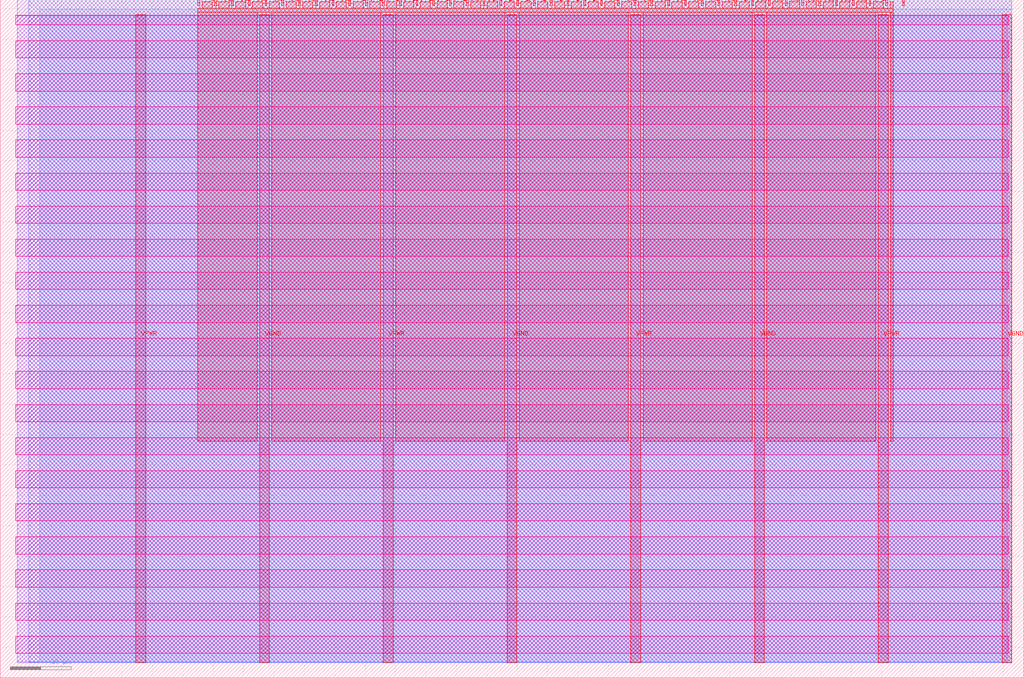
<source format=lef>
VERSION 5.7 ;
  NOWIREEXTENSIONATPIN ON ;
  DIVIDERCHAR "/" ;
  BUSBITCHARS "[]" ;
MACRO tt_um_hodgkin_huxley_dup
  CLASS BLOCK ;
  FOREIGN tt_um_hodgkin_huxley_dup ;
  ORIGIN 0.000 0.000 ;
  SIZE 168.360 BY 111.520 ;
  PIN VGND
    DIRECTION INOUT ;
    USE GROUND ;
    PORT
      LAYER met4 ;
        RECT 42.670 2.480 44.270 109.040 ;
    END
    PORT
      LAYER met4 ;
        RECT 83.380 2.480 84.980 109.040 ;
    END
    PORT
      LAYER met4 ;
        RECT 124.090 2.480 125.690 109.040 ;
    END
    PORT
      LAYER met4 ;
        RECT 164.800 2.480 166.400 109.040 ;
    END
  END VGND
  PIN VPWR
    DIRECTION INOUT ;
    USE POWER ;
    PORT
      LAYER met4 ;
        RECT 22.315 2.480 23.915 109.040 ;
    END
    PORT
      LAYER met4 ;
        RECT 63.025 2.480 64.625 109.040 ;
    END
    PORT
      LAYER met4 ;
        RECT 103.735 2.480 105.335 109.040 ;
    END
    PORT
      LAYER met4 ;
        RECT 144.445 2.480 146.045 109.040 ;
    END
  END VPWR
  PIN clk
    DIRECTION INPUT ;
    USE SIGNAL ;
    ANTENNAGATEAREA 0.852000 ;
    PORT
      LAYER met4 ;
        RECT 145.670 110.520 145.970 111.520 ;
    END
  END clk
  PIN ena
    DIRECTION INPUT ;
    USE SIGNAL ;
    PORT
      LAYER met4 ;
        RECT 148.430 110.520 148.730 111.520 ;
    END
  END ena
  PIN rst_n
    DIRECTION INPUT ;
    USE SIGNAL ;
    ANTENNAGATEAREA 0.159000 ;
    PORT
      LAYER met4 ;
        RECT 142.910 110.520 143.210 111.520 ;
    END
  END rst_n
  PIN ui_in[0]
    DIRECTION INPUT ;
    USE SIGNAL ;
    ANTENNAGATEAREA 0.196500 ;
    PORT
      LAYER met4 ;
        RECT 140.150 110.520 140.450 111.520 ;
    END
  END ui_in[0]
  PIN ui_in[1]
    DIRECTION INPUT ;
    USE SIGNAL ;
    ANTENNAGATEAREA 0.196500 ;
    PORT
      LAYER met4 ;
        RECT 137.390 110.520 137.690 111.520 ;
    END
  END ui_in[1]
  PIN ui_in[2]
    DIRECTION INPUT ;
    USE SIGNAL ;
    ANTENNAGATEAREA 0.196500 ;
    PORT
      LAYER met4 ;
        RECT 134.630 110.520 134.930 111.520 ;
    END
  END ui_in[2]
  PIN ui_in[3]
    DIRECTION INPUT ;
    USE SIGNAL ;
    ANTENNAGATEAREA 0.196500 ;
    PORT
      LAYER met4 ;
        RECT 131.870 110.520 132.170 111.520 ;
    END
  END ui_in[3]
  PIN ui_in[4]
    DIRECTION INPUT ;
    USE SIGNAL ;
    ANTENNAGATEAREA 0.196500 ;
    PORT
      LAYER met4 ;
        RECT 129.110 110.520 129.410 111.520 ;
    END
  END ui_in[4]
  PIN ui_in[5]
    DIRECTION INPUT ;
    USE SIGNAL ;
    ANTENNAGATEAREA 0.196500 ;
    PORT
      LAYER met4 ;
        RECT 126.350 110.520 126.650 111.520 ;
    END
  END ui_in[5]
  PIN ui_in[6]
    DIRECTION INPUT ;
    USE SIGNAL ;
    ANTENNAGATEAREA 0.196500 ;
    PORT
      LAYER met4 ;
        RECT 123.590 110.520 123.890 111.520 ;
    END
  END ui_in[6]
  PIN ui_in[7]
    DIRECTION INPUT ;
    USE SIGNAL ;
    ANTENNAGATEAREA 0.196500 ;
    PORT
      LAYER met4 ;
        RECT 120.830 110.520 121.130 111.520 ;
    END
  END ui_in[7]
  PIN uio_in[0]
    DIRECTION INPUT ;
    USE SIGNAL ;
    PORT
      LAYER met4 ;
        RECT 118.070 110.520 118.370 111.520 ;
    END
  END uio_in[0]
  PIN uio_in[1]
    DIRECTION INPUT ;
    USE SIGNAL ;
    PORT
      LAYER met4 ;
        RECT 115.310 110.520 115.610 111.520 ;
    END
  END uio_in[1]
  PIN uio_in[2]
    DIRECTION INPUT ;
    USE SIGNAL ;
    PORT
      LAYER met4 ;
        RECT 112.550 110.520 112.850 111.520 ;
    END
  END uio_in[2]
  PIN uio_in[3]
    DIRECTION INPUT ;
    USE SIGNAL ;
    PORT
      LAYER met4 ;
        RECT 109.790 110.520 110.090 111.520 ;
    END
  END uio_in[3]
  PIN uio_in[4]
    DIRECTION INPUT ;
    USE SIGNAL ;
    PORT
      LAYER met4 ;
        RECT 107.030 110.520 107.330 111.520 ;
    END
  END uio_in[4]
  PIN uio_in[5]
    DIRECTION INPUT ;
    USE SIGNAL ;
    PORT
      LAYER met4 ;
        RECT 104.270 110.520 104.570 111.520 ;
    END
  END uio_in[5]
  PIN uio_in[6]
    DIRECTION INPUT ;
    USE SIGNAL ;
    PORT
      LAYER met4 ;
        RECT 101.510 110.520 101.810 111.520 ;
    END
  END uio_in[6]
  PIN uio_in[7]
    DIRECTION INPUT ;
    USE SIGNAL ;
    PORT
      LAYER met4 ;
        RECT 98.750 110.520 99.050 111.520 ;
    END
  END uio_in[7]
  PIN uio_oe[0]
    DIRECTION OUTPUT TRISTATE ;
    USE SIGNAL ;
    PORT
      LAYER met4 ;
        RECT 51.830 110.520 52.130 111.520 ;
    END
  END uio_oe[0]
  PIN uio_oe[1]
    DIRECTION OUTPUT TRISTATE ;
    USE SIGNAL ;
    PORT
      LAYER met4 ;
        RECT 49.070 110.520 49.370 111.520 ;
    END
  END uio_oe[1]
  PIN uio_oe[2]
    DIRECTION OUTPUT TRISTATE ;
    USE SIGNAL ;
    PORT
      LAYER met4 ;
        RECT 46.310 110.520 46.610 111.520 ;
    END
  END uio_oe[2]
  PIN uio_oe[3]
    DIRECTION OUTPUT TRISTATE ;
    USE SIGNAL ;
    PORT
      LAYER met4 ;
        RECT 43.550 110.520 43.850 111.520 ;
    END
  END uio_oe[3]
  PIN uio_oe[4]
    DIRECTION OUTPUT TRISTATE ;
    USE SIGNAL ;
    PORT
      LAYER met4 ;
        RECT 40.790 110.520 41.090 111.520 ;
    END
  END uio_oe[4]
  PIN uio_oe[5]
    DIRECTION OUTPUT TRISTATE ;
    USE SIGNAL ;
    PORT
      LAYER met4 ;
        RECT 38.030 110.520 38.330 111.520 ;
    END
  END uio_oe[5]
  PIN uio_oe[6]
    DIRECTION OUTPUT TRISTATE ;
    USE SIGNAL ;
    PORT
      LAYER met4 ;
        RECT 35.270 110.520 35.570 111.520 ;
    END
  END uio_oe[6]
  PIN uio_oe[7]
    DIRECTION OUTPUT TRISTATE ;
    USE SIGNAL ;
    PORT
      LAYER met4 ;
        RECT 32.510 110.520 32.810 111.520 ;
    END
  END uio_oe[7]
  PIN uio_out[0]
    DIRECTION OUTPUT TRISTATE ;
    USE SIGNAL ;
    ANTENNADIFFAREA 0.445500 ;
    PORT
      LAYER met4 ;
        RECT 73.910 110.520 74.210 111.520 ;
    END
  END uio_out[0]
  PIN uio_out[1]
    DIRECTION OUTPUT TRISTATE ;
    USE SIGNAL ;
    PORT
      LAYER met4 ;
        RECT 71.150 110.520 71.450 111.520 ;
    END
  END uio_out[1]
  PIN uio_out[2]
    DIRECTION OUTPUT TRISTATE ;
    USE SIGNAL ;
    PORT
      LAYER met4 ;
        RECT 68.390 110.520 68.690 111.520 ;
    END
  END uio_out[2]
  PIN uio_out[3]
    DIRECTION OUTPUT TRISTATE ;
    USE SIGNAL ;
    PORT
      LAYER met4 ;
        RECT 65.630 110.520 65.930 111.520 ;
    END
  END uio_out[3]
  PIN uio_out[4]
    DIRECTION OUTPUT TRISTATE ;
    USE SIGNAL ;
    PORT
      LAYER met4 ;
        RECT 62.870 110.520 63.170 111.520 ;
    END
  END uio_out[4]
  PIN uio_out[5]
    DIRECTION OUTPUT TRISTATE ;
    USE SIGNAL ;
    PORT
      LAYER met4 ;
        RECT 60.110 110.520 60.410 111.520 ;
    END
  END uio_out[5]
  PIN uio_out[6]
    DIRECTION OUTPUT TRISTATE ;
    USE SIGNAL ;
    PORT
      LAYER met4 ;
        RECT 57.350 110.520 57.650 111.520 ;
    END
  END uio_out[6]
  PIN uio_out[7]
    DIRECTION OUTPUT TRISTATE ;
    USE SIGNAL ;
    PORT
      LAYER met4 ;
        RECT 54.590 110.520 54.890 111.520 ;
    END
  END uio_out[7]
  PIN uo_out[0]
    DIRECTION OUTPUT TRISTATE ;
    USE SIGNAL ;
    ANTENNAGATEAREA 2.571000 ;
    ANTENNADIFFAREA 0.891000 ;
    PORT
      LAYER met4 ;
        RECT 95.990 110.520 96.290 111.520 ;
    END
  END uo_out[0]
  PIN uo_out[1]
    DIRECTION OUTPUT TRISTATE ;
    USE SIGNAL ;
    ANTENNAGATEAREA 1.707000 ;
    ANTENNADIFFAREA 0.891000 ;
    PORT
      LAYER met4 ;
        RECT 93.230 110.520 93.530 111.520 ;
    END
  END uo_out[1]
  PIN uo_out[2]
    DIRECTION OUTPUT TRISTATE ;
    USE SIGNAL ;
    ANTENNAGATEAREA 0.406500 ;
    ANTENNADIFFAREA 0.891000 ;
    PORT
      LAYER met4 ;
        RECT 90.470 110.520 90.770 111.520 ;
    END
  END uo_out[2]
  PIN uo_out[3]
    DIRECTION OUTPUT TRISTATE ;
    USE SIGNAL ;
    ANTENNAGATEAREA 1.396500 ;
    ANTENNADIFFAREA 0.891000 ;
    PORT
      LAYER met4 ;
        RECT 87.710 110.520 88.010 111.520 ;
    END
  END uo_out[3]
  PIN uo_out[4]
    DIRECTION OUTPUT TRISTATE ;
    USE SIGNAL ;
    ANTENNAGATEAREA 3.187500 ;
    ANTENNADIFFAREA 0.891000 ;
    PORT
      LAYER met4 ;
        RECT 84.950 110.520 85.250 111.520 ;
    END
  END uo_out[4]
  PIN uo_out[5]
    DIRECTION OUTPUT TRISTATE ;
    USE SIGNAL ;
    ANTENNAGATEAREA 2.265000 ;
    ANTENNADIFFAREA 0.891000 ;
    PORT
      LAYER met4 ;
        RECT 82.190 110.520 82.490 111.520 ;
    END
  END uo_out[5]
  PIN uo_out[6]
    DIRECTION OUTPUT TRISTATE ;
    USE SIGNAL ;
    ANTENNAGATEAREA 2.386500 ;
    ANTENNADIFFAREA 0.891000 ;
    PORT
      LAYER met4 ;
        RECT 79.430 110.520 79.730 111.520 ;
    END
  END uo_out[6]
  PIN uo_out[7]
    DIRECTION OUTPUT TRISTATE ;
    USE SIGNAL ;
    ANTENNAGATEAREA 0.834000 ;
    ANTENNADIFFAREA 0.891000 ;
    PORT
      LAYER met4 ;
        RECT 76.670 110.520 76.970 111.520 ;
    END
  END uo_out[7]
  OBS
      LAYER nwell ;
        RECT 2.570 107.385 165.790 108.990 ;
        RECT 2.570 101.945 165.790 104.775 ;
        RECT 2.570 96.505 165.790 99.335 ;
        RECT 2.570 91.065 165.790 93.895 ;
        RECT 2.570 85.625 165.790 88.455 ;
        RECT 2.570 80.185 165.790 83.015 ;
        RECT 2.570 74.745 165.790 77.575 ;
        RECT 2.570 69.305 165.790 72.135 ;
        RECT 2.570 63.865 165.790 66.695 ;
        RECT 2.570 58.425 165.790 61.255 ;
        RECT 2.570 52.985 165.790 55.815 ;
        RECT 2.570 47.545 165.790 50.375 ;
        RECT 2.570 42.105 165.790 44.935 ;
        RECT 2.570 36.665 165.790 39.495 ;
        RECT 2.570 31.225 165.790 34.055 ;
        RECT 2.570 25.785 165.790 28.615 ;
        RECT 2.570 20.345 165.790 23.175 ;
        RECT 2.570 14.905 165.790 17.735 ;
        RECT 2.570 9.465 165.790 12.295 ;
        RECT 2.570 4.025 165.790 6.855 ;
      LAYER li1 ;
        RECT 2.760 2.635 165.600 108.885 ;
      LAYER met1 ;
        RECT 2.760 2.480 166.400 111.480 ;
      LAYER met2 ;
        RECT 4.700 2.535 166.370 111.510 ;
      LAYER met3 ;
        RECT 6.505 2.555 166.390 109.985 ;
      LAYER met4 ;
        RECT 33.210 110.120 34.870 111.170 ;
        RECT 35.970 110.120 37.630 111.170 ;
        RECT 38.730 110.120 40.390 111.170 ;
        RECT 41.490 110.120 43.150 111.170 ;
        RECT 44.250 110.120 45.910 111.170 ;
        RECT 47.010 110.120 48.670 111.170 ;
        RECT 49.770 110.120 51.430 111.170 ;
        RECT 52.530 110.120 54.190 111.170 ;
        RECT 55.290 110.120 56.950 111.170 ;
        RECT 58.050 110.120 59.710 111.170 ;
        RECT 60.810 110.120 62.470 111.170 ;
        RECT 63.570 110.120 65.230 111.170 ;
        RECT 66.330 110.120 67.990 111.170 ;
        RECT 69.090 110.120 70.750 111.170 ;
        RECT 71.850 110.120 73.510 111.170 ;
        RECT 74.610 110.120 76.270 111.170 ;
        RECT 77.370 110.120 79.030 111.170 ;
        RECT 80.130 110.120 81.790 111.170 ;
        RECT 82.890 110.120 84.550 111.170 ;
        RECT 85.650 110.120 87.310 111.170 ;
        RECT 88.410 110.120 90.070 111.170 ;
        RECT 91.170 110.120 92.830 111.170 ;
        RECT 93.930 110.120 95.590 111.170 ;
        RECT 96.690 110.120 98.350 111.170 ;
        RECT 99.450 110.120 101.110 111.170 ;
        RECT 102.210 110.120 103.870 111.170 ;
        RECT 104.970 110.120 106.630 111.170 ;
        RECT 107.730 110.120 109.390 111.170 ;
        RECT 110.490 110.120 112.150 111.170 ;
        RECT 113.250 110.120 114.910 111.170 ;
        RECT 116.010 110.120 117.670 111.170 ;
        RECT 118.770 110.120 120.430 111.170 ;
        RECT 121.530 110.120 123.190 111.170 ;
        RECT 124.290 110.120 125.950 111.170 ;
        RECT 127.050 110.120 128.710 111.170 ;
        RECT 129.810 110.120 131.470 111.170 ;
        RECT 132.570 110.120 134.230 111.170 ;
        RECT 135.330 110.120 136.990 111.170 ;
        RECT 138.090 110.120 139.750 111.170 ;
        RECT 140.850 110.120 142.510 111.170 ;
        RECT 143.610 110.120 145.270 111.170 ;
        RECT 146.370 110.120 146.905 111.170 ;
        RECT 32.495 109.440 146.905 110.120 ;
        RECT 32.495 38.935 42.270 109.440 ;
        RECT 44.670 38.935 62.625 109.440 ;
        RECT 65.025 38.935 82.980 109.440 ;
        RECT 85.380 38.935 103.335 109.440 ;
        RECT 105.735 38.935 123.690 109.440 ;
        RECT 126.090 38.935 144.045 109.440 ;
        RECT 146.445 38.935 146.905 109.440 ;
  END
END tt_um_hodgkin_huxley_dup
END LIBRARY


</source>
